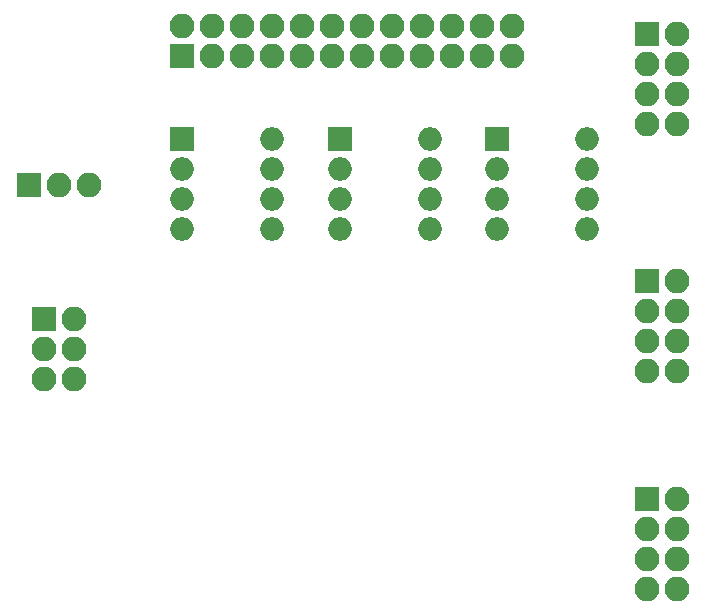
<source format=gbs>
G04 #@! TF.GenerationSoftware,KiCad,Pcbnew,5.0.0-fee4fd1~65~ubuntu16.04.1*
G04 #@! TF.CreationDate,2018-07-25T18:48:16-06:00*
G04 #@! TF.ProjectId,UPA_Shield_001,5550415F536869656C645F3030312E6B,rev?*
G04 #@! TF.SameCoordinates,Original*
G04 #@! TF.FileFunction,Soldermask,Bot*
G04 #@! TF.FilePolarity,Negative*
%FSLAX46Y46*%
G04 Gerber Fmt 4.6, Leading zero omitted, Abs format (unit mm)*
G04 Created by KiCad (PCBNEW 5.0.0-fee4fd1~65~ubuntu16.04.1) date Wed Jul 25 18:48:16 2018*
%MOMM*%
%LPD*%
G01*
G04 APERTURE LIST*
%ADD10O,2.100000X2.100000*%
%ADD11R,2.100000X2.100000*%
%ADD12R,2.000000X2.000000*%
%ADD13O,2.000000X2.000000*%
G04 APERTURE END LIST*
D10*
G04 #@! TO.C,J1*
X157480000Y-66040000D03*
X157480000Y-68580000D03*
X154940000Y-66040000D03*
X154940000Y-68580000D03*
X152400000Y-66040000D03*
X152400000Y-68580000D03*
X149860000Y-66040000D03*
X149860000Y-68580000D03*
X147320000Y-66040000D03*
X147320000Y-68580000D03*
X144780000Y-66040000D03*
X144780000Y-68580000D03*
X142240000Y-66040000D03*
X142240000Y-68580000D03*
X139700000Y-66040000D03*
X139700000Y-68580000D03*
X137160000Y-66040000D03*
X137160000Y-68580000D03*
X134620000Y-66040000D03*
X134620000Y-68580000D03*
X132080000Y-66040000D03*
X132080000Y-68580000D03*
X129540000Y-66040000D03*
D11*
X129540000Y-68580000D03*
G04 #@! TD*
G04 #@! TO.C,J2*
X168910000Y-66675000D03*
D10*
X171450000Y-66675000D03*
X168910000Y-69215000D03*
X171450000Y-69215000D03*
X168910000Y-71755000D03*
X171450000Y-71755000D03*
X168910000Y-74295000D03*
X171450000Y-74295000D03*
G04 #@! TD*
D11*
G04 #@! TO.C,J3*
X168910000Y-87630000D03*
D10*
X171450000Y-87630000D03*
X168910000Y-90170000D03*
X171450000Y-90170000D03*
X168910000Y-92710000D03*
X171450000Y-92710000D03*
X168910000Y-95250000D03*
X171450000Y-95250000D03*
G04 #@! TD*
G04 #@! TO.C,J4*
X171450000Y-113665000D03*
X168910000Y-113665000D03*
X171450000Y-111125000D03*
X168910000Y-111125000D03*
X171450000Y-108585000D03*
X168910000Y-108585000D03*
X171450000Y-106045000D03*
D11*
X168910000Y-106045000D03*
G04 #@! TD*
G04 #@! TO.C,J6*
X116586000Y-79502000D03*
D10*
X119126000Y-79502000D03*
X121666000Y-79502000D03*
G04 #@! TD*
D11*
G04 #@! TO.C,J11*
X117856000Y-90805000D03*
D10*
X120396000Y-90805000D03*
X117856000Y-93345000D03*
X120396000Y-93345000D03*
X117856000Y-95885000D03*
X120396000Y-95885000D03*
G04 #@! TD*
D12*
G04 #@! TO.C,U1*
X129540000Y-75565000D03*
D13*
X137160000Y-83185000D03*
X129540000Y-78105000D03*
X137160000Y-80645000D03*
X129540000Y-80645000D03*
X137160000Y-78105000D03*
X129540000Y-83185000D03*
X137160000Y-75565000D03*
G04 #@! TD*
G04 #@! TO.C,U4*
X150495000Y-75565000D03*
X142875000Y-83185000D03*
X150495000Y-78105000D03*
X142875000Y-80645000D03*
X150495000Y-80645000D03*
X142875000Y-78105000D03*
X150495000Y-83185000D03*
D12*
X142875000Y-75565000D03*
G04 #@! TD*
G04 #@! TO.C,U7*
X156210000Y-75565000D03*
D13*
X163830000Y-83185000D03*
X156210000Y-78105000D03*
X163830000Y-80645000D03*
X156210000Y-80645000D03*
X163830000Y-78105000D03*
X156210000Y-83185000D03*
X163830000Y-75565000D03*
G04 #@! TD*
M02*

</source>
